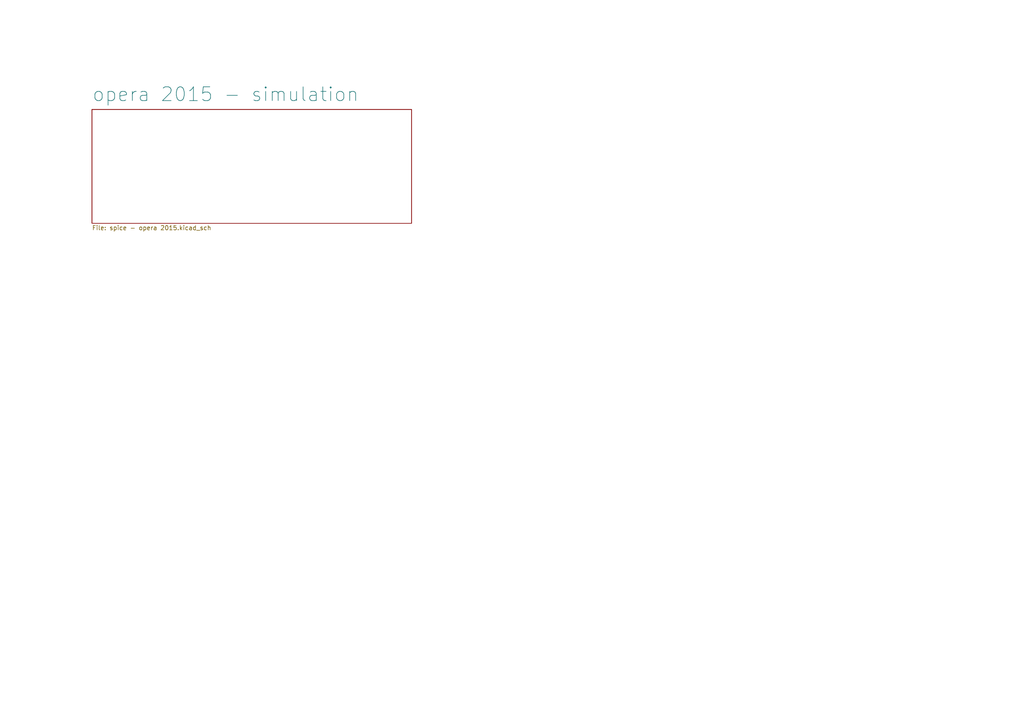
<source format=kicad_sch>
(kicad_sch (version 20230121) (generator eeschema)
  (paper "A4")
  (lib_symbols)
  (sheet (at 26.67 31.75) (size 92.71 33.02) (stroke (width 0.1524))
    (property "Sheetname" "opera 2015 - simulation" (at 26.67 29.6734 0) (effects (font (size 4 4)) (justify left bottom)))
    (property "Sheetfile" "spice - opera 2015.kicad_sch" (at 26.67 65.3546 0) (effects (justify left top)))
  )
)
</source>
